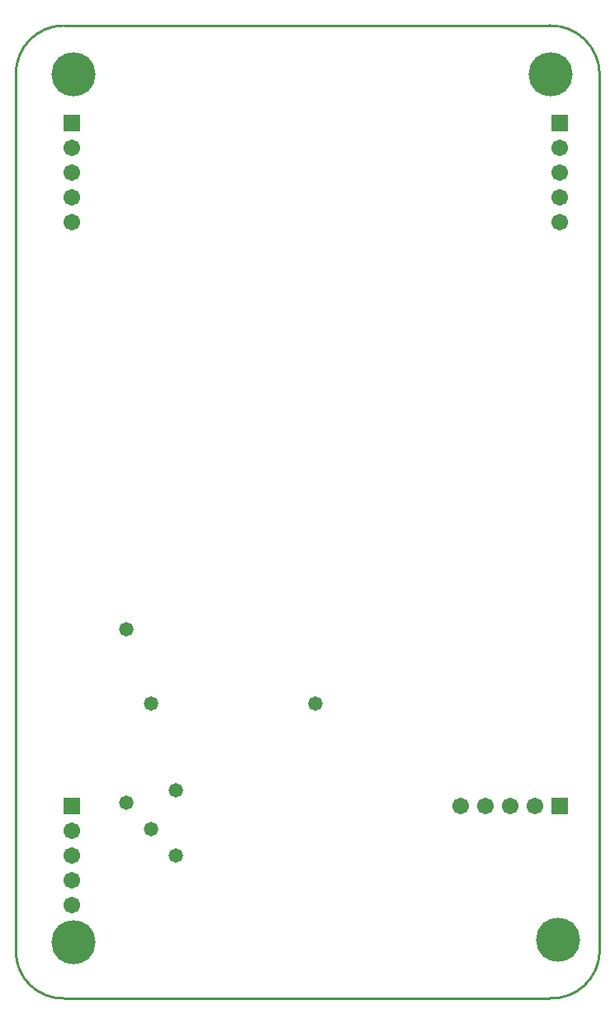
<source format=gbs>
G04*
G04 #@! TF.GenerationSoftware,Altium Limited,Altium Designer,22.6.1 (34)*
G04*
G04 Layer_Color=16711935*
%FSLAX25Y25*%
%MOIN*%
G70*
G04*
G04 #@! TF.SameCoordinates,77978B21-DC67-4B61-947D-8792CEF4CC07*
G04*
G04*
G04 #@! TF.FilePolarity,Negative*
G04*
G01*
G75*
%ADD12C,0.01000*%
%ADD25R,0.06706X0.06706*%
%ADD26C,0.06706*%
%ADD27R,0.06706X0.06706*%
%ADD29C,0.05800*%
%ADD37C,0.17800*%
D12*
X19685Y393701D02*
G03*
X500Y374016I250J-19435D01*
G01*
X236221D02*
G03*
X216035Y393701I-19935J-250D01*
G01*
Y1000D02*
G03*
X236221Y19685I750J19435D01*
G01*
X500D02*
G03*
X19685Y1000I18935J250D01*
G01*
X236221Y19685D02*
Y374016D01*
X19685Y1000D02*
X19685D01*
X216035D01*
X20000Y393701D02*
X216035D01*
X500Y19685D02*
Y374016D01*
D25*
X219972Y354331D02*
D03*
X23122D02*
D03*
Y78740D02*
D03*
D26*
X219972Y344331D02*
D03*
Y334331D02*
D03*
Y324331D02*
D03*
Y314331D02*
D03*
X23122Y344331D02*
D03*
Y334331D02*
D03*
Y324331D02*
D03*
Y314331D02*
D03*
X209961Y78728D02*
D03*
X199961D02*
D03*
X189961D02*
D03*
X179961D02*
D03*
X23122Y38740D02*
D03*
Y48740D02*
D03*
Y58740D02*
D03*
Y68740D02*
D03*
D27*
X219961Y78728D02*
D03*
D29*
X65000Y58740D02*
D03*
X45000Y80000D02*
D03*
Y150000D02*
D03*
X55000Y69287D02*
D03*
Y120000D02*
D03*
X121516D02*
D03*
X65000Y85000D02*
D03*
D37*
X216535Y374016D02*
D03*
X219535Y24622D02*
D03*
X23622Y374016D02*
D03*
Y23622D02*
D03*
M02*

</source>
